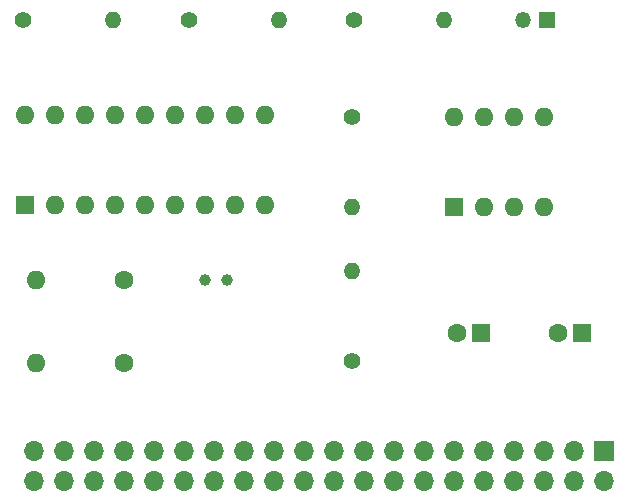
<source format=gbr>
%TF.GenerationSoftware,KiCad,Pcbnew,8.0.0*%
%TF.CreationDate,2024-02-26T14:23:39+00:00*%
%TF.ProjectId,piHat,70694861-742e-46b6-9963-61645f706362,rev?*%
%TF.SameCoordinates,Original*%
%TF.FileFunction,Soldermask,Bot*%
%TF.FilePolarity,Negative*%
%FSLAX46Y46*%
G04 Gerber Fmt 4.6, Leading zero omitted, Abs format (unit mm)*
G04 Created by KiCad (PCBNEW 8.0.0) date 2024-02-26 14:23:39*
%MOMM*%
%LPD*%
G01*
G04 APERTURE LIST*
%ADD10R,1.600000X1.600000*%
%ADD11O,1.600000X1.600000*%
%ADD12C,1.600000*%
%ADD13C,1.400000*%
%ADD14O,1.400000X1.400000*%
%ADD15R,1.700000X1.700000*%
%ADD16O,1.700000X1.700000*%
%ADD17C,1.000000*%
%ADD18R,1.350000X1.350000*%
%ADD19O,1.350000X1.350000*%
G04 APERTURE END LIST*
D10*
%TO.C,U2*%
X130200000Y-92800000D03*
D11*
X132740000Y-92800000D03*
X135280000Y-92800000D03*
X137820000Y-92800000D03*
X137820000Y-85180000D03*
X135280000Y-85180000D03*
X132740000Y-85180000D03*
X130200000Y-85180000D03*
%TD*%
D12*
%TO.C,22pF1*%
X102250000Y-99000000D03*
D11*
X94750000Y-99000000D03*
%TD*%
D13*
%TO.C,20K1*%
X121500000Y-105810000D03*
D14*
X121500000Y-98190000D03*
%TD*%
D10*
%TO.C,U1*%
X93800000Y-92620000D03*
D11*
X96340000Y-92620000D03*
X98880000Y-92620000D03*
X101420000Y-92620000D03*
X103960000Y-92620000D03*
X106500000Y-92620000D03*
X109040000Y-92620000D03*
X111580000Y-92620000D03*
X114120000Y-92620000D03*
X114120000Y-85000000D03*
X111580000Y-85000000D03*
X109040000Y-85000000D03*
X106500000Y-85000000D03*
X103960000Y-85000000D03*
X101420000Y-85000000D03*
X98880000Y-85000000D03*
X96340000Y-85000000D03*
X93800000Y-85000000D03*
%TD*%
D10*
%TO.C,C3*%
X132410225Y-103499999D03*
D12*
X130410225Y-103499999D03*
%TD*%
D13*
%TO.C,R2-4K7*%
X107690000Y-77000000D03*
D14*
X115310000Y-77000000D03*
%TD*%
D13*
%TO.C,R1-4K7*%
X93690000Y-77000000D03*
D14*
X101310000Y-77000000D03*
%TD*%
D13*
%TO.C,10K1*%
X121500000Y-85190000D03*
D14*
X121500000Y-92810000D03*
%TD*%
D15*
%TO.C,J2*%
X142900000Y-113450000D03*
D16*
X142900000Y-115990000D03*
X140360000Y-113450000D03*
X140360000Y-115990000D03*
X137820000Y-113450000D03*
X137820000Y-115990000D03*
X135280000Y-113450000D03*
X135280000Y-115990000D03*
X132740000Y-113450000D03*
X132740000Y-115990000D03*
X130200000Y-113450000D03*
X130200000Y-115990000D03*
X127660000Y-113450000D03*
X127660000Y-115990000D03*
X125120000Y-113450000D03*
X125120000Y-115990000D03*
X122580000Y-113450000D03*
X122580000Y-115990000D03*
X120040000Y-113450000D03*
X120040000Y-115990000D03*
X117500000Y-113450000D03*
X117500000Y-115990000D03*
X114960000Y-113450000D03*
X114960000Y-115990000D03*
X112420000Y-113450000D03*
X112420000Y-115990000D03*
X109880000Y-113450000D03*
X109880000Y-115990000D03*
X107340000Y-113450000D03*
X107340000Y-115990000D03*
X104800000Y-113450000D03*
X104800000Y-115990000D03*
X102260000Y-113450000D03*
X102260000Y-115990000D03*
X99720000Y-113450000D03*
X99720000Y-115990000D03*
X97180000Y-113450000D03*
X97180000Y-115990000D03*
X94640000Y-113450000D03*
X94640000Y-115990000D03*
%TD*%
D17*
%TO.C,16mhz1*%
X109050000Y-99000000D03*
X110950000Y-99000000D03*
%TD*%
D13*
%TO.C,R3-4K7*%
X121690000Y-77000000D03*
D14*
X129310000Y-77000000D03*
%TD*%
D18*
%TO.C,H - L*%
X138000000Y-77000000D03*
D19*
X136000000Y-77000000D03*
%TD*%
D10*
%TO.C,C4*%
X140955113Y-103499999D03*
D12*
X138955113Y-103499999D03*
%TD*%
%TO.C,22pF2*%
X102250000Y-106000000D03*
D11*
X94750000Y-106000000D03*
%TD*%
M02*

</source>
